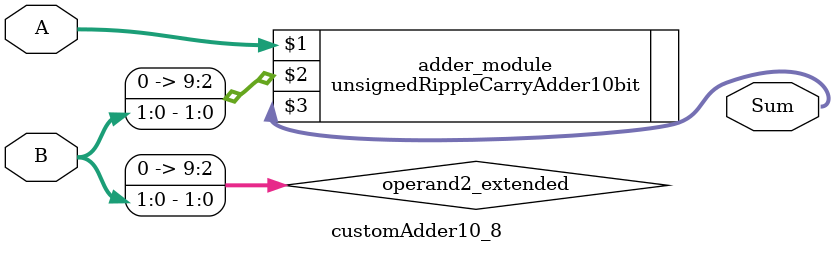
<source format=v>

module customAdder10_8(
                    input [9 : 0] A,
                    input [1 : 0] B,
                    
                    output [10 : 0] Sum
            );

    wire [9 : 0] operand2_extended;
    
    assign operand2_extended =  {8'b0, B};
    
    unsignedRippleCarryAdder10bit adder_module(
        A,
        operand2_extended,
        Sum
    );
    
endmodule
        
</source>
